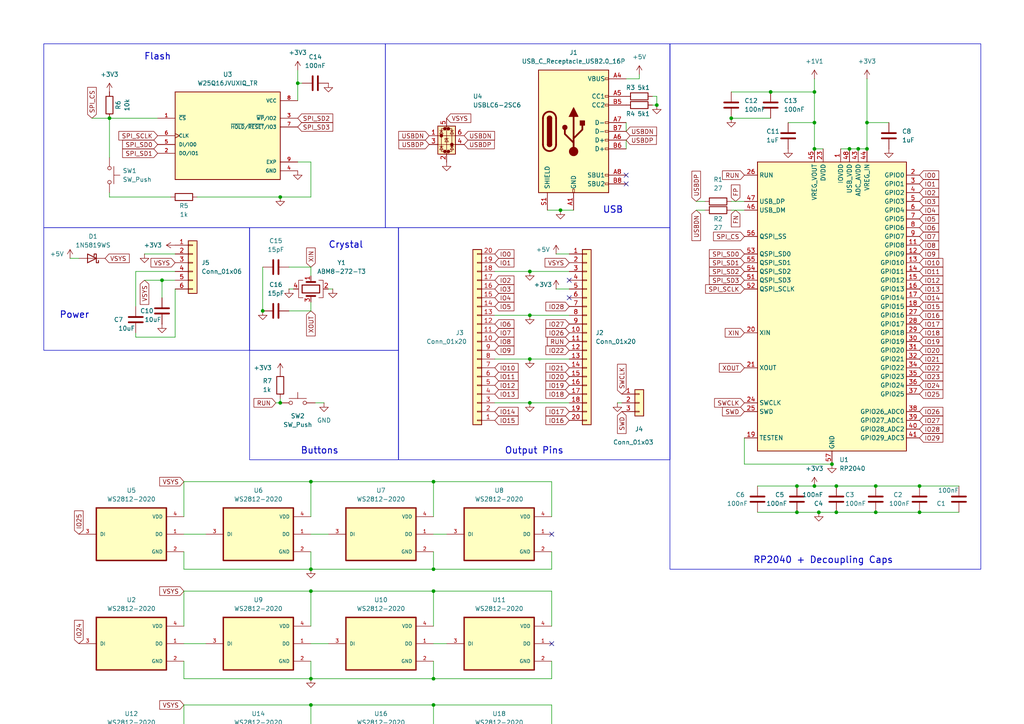
<source format=kicad_sch>
(kicad_sch (version 20250114) (generator "eeschema") (generator_version "9.0")
  (paper "A4")
  (rectangle (start 72.39 66.04) (end 115.57 101.6))
  (rectangle (start 194.31 12.7) (end 284.48 165.1))
  (rectangle (start 72.39 101.6) (end 115.57 133.35))
  (rectangle (start 115.57 66.04) (end 194.31 133.35))
  (rectangle (start 12.7 12.7) (end 111.76 66.04))
  (rectangle (start 12.7 66.04) (end 72.39 101.6))
  (rectangle (start 111.76 12.7) (end 194.31 66.04))
  (text "Buttons" (at 92.71 130.81 0) (effects (font (size 1.905 1.905) (thickness 0.254) (bold yes))))
  (text "Output Pins" (at 154.94 130.81 0) (effects (font (size 1.905 1.905) (thickness 0.254) (bold yes))))
  (text "Flash" (at 45.72 16.51 0) (effects (font (size 1.905 1.905) (thickness 0.254) (bold yes))))
  (text "Power" (at 21.59 91.44 0) (effects (font (size 1.905 1.905) (thickness 0.254) (bold yes))))
  (text "USB" (at 177.8 60.96 0) (effects (font (size 1.905 1.905) (thickness 0.254) (bold yes))))
  (text "RP2040 + Decoupling Caps" (at 238.76 162.56 0) (effects (font (size 1.905 1.905) (thickness 0.254) (bold yes))))
  (text "Crystal" (at 100.33 71.12 0) (effects (font (size 1.905 1.905) (thickness 0.254) (bold yes))))
  (junction (at 212.09 34.29))
  (junction (at 242.57 148.59))
  (junction (at 125.73 229.87))
  (junction (at 125.73 196.85))
  (junction (at 90.17 165.1))
  (junction (at 125.73 139.7))
  (junction (at 236.22 35.56))
  (junction (at 231.14 148.59))
  (junction (at 125.73 236.22))
  (junction (at 162.56 60.96))
  (junction (at 248.92 43.18))
  (junction (at 125.73 204.47))
  (junction (at 266.7 140.97))
  (junction (at 125.73 165.1))
  (junction (at 90.17 204.47))
  (junction (at 237.49 148.59))
  (junction (at 153.67 104.14))
  (junction (at 81.28 57.15))
  (junction (at 236.22 26.67))
  (junction (at 125.73 261.62))
  (junction (at 251.46 35.56))
  (junction (at 254 148.59))
  (junction (at 190.5 30.48))
  (junction (at 125.73 171.45))
  (junction (at 86.36 24.13))
  (junction (at 90.17 229.87))
  (junction (at 90.17 261.62))
  (junction (at 231.14 140.97))
  (junction (at 242.57 140.97))
  (junction (at 153.67 91.44))
  (junction (at 236.22 43.18))
  (junction (at 153.67 116.84))
  (junction (at 90.17 196.85))
  (junction (at 90.17 171.45))
  (junction (at 76.2 90.17))
  (junction (at 46.99 81.28))
  (junction (at 90.17 139.7))
  (junction (at 246.38 43.18))
  (junction (at 31.75 34.29))
  (junction (at 236.22 140.97))
  (junction (at 241.3 134.62))
  (junction (at 81.28 116.84))
  (junction (at 251.46 43.18))
  (junction (at 266.7 148.59))
  (junction (at 223.52 26.67))
  (junction (at 254 140.97))
  (junction (at 153.67 78.74))
  (junction (at 90.17 236.22))
  (no_connect (at 165.1 86.36))
  (no_connect (at 165.1 81.28))
  (no_connect (at 160.02 154.94))
  (no_connect (at 160.02 251.46))
  (no_connect (at 181.61 50.8))
  (no_connect (at 160.02 219.71))
  (no_connect (at 181.61 53.34))
  (no_connect (at 160.02 186.69))
  (wire (pts (xy 161.29 83.82) (xy 165.1 83.82)))
  (wire (pts (xy 201.93 58.42) (xy 204.47 58.42)))
  (wire (pts (xy 90.17 186.69) (xy 95.25 186.69)))
  (wire (pts (xy 87.63 24.13) (xy 86.36 24.13)))
  (wire (pts (xy 53.34 171.45) (xy 90.17 171.45)))
  (wire (pts (xy 143.51 78.74) (xy 153.67 78.74)))
  (wire (pts (xy 53.34 204.47) (xy 90.17 204.47)))
  (wire (pts (xy 50.8 78.74) (xy 39.37 78.74)))
  (wire (pts (xy 266.7 140.97) (xy 254 140.97)))
  (wire (pts (xy 90.17 251.46) (xy 95.25 251.46)))
  (wire (pts (xy 190.5 27.94) (xy 190.5 30.48)))
  (wire (pts (xy 53.34 224.79) (xy 53.34 229.87)))
  (wire (pts (xy 81.28 115.57) (xy 81.28 116.84)))
  (wire (pts (xy 125.73 196.85) (xy 160.02 196.85)))
  (wire (pts (xy 181.61 40.64) (xy 181.61 43.18)))
  (wire (pts (xy 266.7 148.59) (xy 254 148.59)))
  (wire (pts (xy 26.67 34.29) (xy 31.75 34.29)))
  (wire (pts (xy 90.17 204.47) (xy 90.17 214.63)))
  (wire (pts (xy 246.38 43.18) (xy 248.92 43.18)))
  (wire (pts (xy 160.02 204.47) (xy 160.02 214.63)))
  (wire (pts (xy 236.22 140.97) (xy 231.14 140.97)))
  (wire (pts (xy 125.73 196.85) (xy 125.73 191.77)))
  (wire (pts (xy 125.73 204.47) (xy 125.73 214.63)))
  (wire (pts (xy 160.02 191.77) (xy 160.02 196.85)))
  (wire (pts (xy 39.37 96.52) (xy 39.37 97.79)))
  (wire (pts (xy 53.34 251.46) (xy 59.69 251.46)))
  (wire (pts (xy 125.73 139.7) (xy 160.02 139.7)))
  (wire (pts (xy 278.13 140.97) (xy 266.7 140.97)))
  (wire (pts (xy 90.17 165.1) (xy 90.17 160.02)))
  (wire (pts (xy 90.17 219.71) (xy 95.25 219.71)))
  (wire (pts (xy 90.17 229.87) (xy 125.73 229.87)))
  (wire (pts (xy 125.73 165.1) (xy 125.73 160.02)))
  (wire (pts (xy 90.17 196.85) (xy 125.73 196.85)))
  (wire (pts (xy 160.02 256.54) (xy 160.02 261.62)))
  (wire (pts (xy 143.51 116.84) (xy 153.67 116.84)))
  (wire (pts (xy 153.67 116.84) (xy 165.1 116.84)))
  (wire (pts (xy 160.02 236.22) (xy 160.02 246.38)))
  (wire (pts (xy 242.57 140.97) (xy 236.22 140.97)))
  (wire (pts (xy 237.49 148.59) (xy 231.14 148.59)))
  (wire (pts (xy 254 140.97) (xy 242.57 140.97)))
  (wire (pts (xy 125.73 261.62) (xy 160.02 261.62)))
  (wire (pts (xy 125.73 251.46) (xy 129.54 251.46)))
  (wire (pts (xy 90.17 171.45) (xy 90.17 181.61)))
  (wire (pts (xy 143.51 91.44) (xy 153.67 91.44)))
  (wire (pts (xy 39.37 97.79) (xy 50.8 97.79)))
  (wire (pts (xy 251.46 22.86) (xy 251.46 35.56)))
  (wire (pts (xy 158.75 60.96) (xy 162.56 60.96)))
  (wire (pts (xy 251.46 35.56) (xy 251.46 43.18)))
  (wire (pts (xy 50.8 83.82) (xy 50.8 97.79)))
  (wire (pts (xy 53.34 165.1) (xy 90.17 165.1)))
  (wire (pts (xy 143.51 104.14) (xy 153.67 104.14)))
  (wire (pts (xy 212.09 34.29) (xy 223.52 34.29)))
  (wire (pts (xy 93.98 116.84) (xy 91.44 116.84)))
  (wire (pts (xy 53.34 186.69) (xy 59.69 186.69)))
  (wire (pts (xy 185.42 21.59) (xy 185.42 22.86)))
  (wire (pts (xy 231.14 140.97) (xy 219.71 140.97)))
  (wire (pts (xy 160.02 171.45) (xy 160.02 181.61)))
  (wire (pts (xy 90.17 90.17) (xy 90.17 87.63)))
  (wire (pts (xy 53.34 196.85) (xy 90.17 196.85)))
  (wire (pts (xy 181.61 35.56) (xy 181.61 38.1)))
  (wire (pts (xy 31.75 45.72) (xy 31.75 34.29)))
  (wire (pts (xy 53.34 149.86) (xy 53.34 139.7)))
  (wire (pts (xy 86.36 20.32) (xy 86.36 24.13)))
  (wire (pts (xy 90.17 236.22) (xy 90.17 246.38)))
  (wire (pts (xy 153.67 78.74) (xy 165.1 78.74)))
  (wire (pts (xy 46.99 86.36) (xy 46.99 81.28)))
  (wire (pts (xy 53.34 181.61) (xy 53.34 171.45)))
  (wire (pts (xy 57.15 57.15) (xy 81.28 57.15)))
  (wire (pts (xy 46.99 81.28) (xy 50.8 81.28)))
  (wire (pts (xy 125.73 139.7) (xy 125.73 149.86)))
  (wire (pts (xy 125.73 229.87) (xy 125.73 224.79)))
  (wire (pts (xy 90.17 196.85) (xy 90.17 191.77)))
  (wire (pts (xy 223.52 26.67) (xy 236.22 26.67)))
  (wire (pts (xy 90.17 204.47) (xy 125.73 204.47)))
  (wire (pts (xy 83.82 77.47) (xy 90.17 77.47)))
  (wire (pts (xy 179.07 116.84) (xy 180.34 116.84)))
  (wire (pts (xy 231.14 148.59) (xy 219.71 148.59)))
  (wire (pts (xy 90.17 57.15) (xy 81.28 57.15)))
  (wire (pts (xy 53.34 214.63) (xy 53.34 204.47)))
  (wire (pts (xy 212.09 58.42) (xy 215.9 58.42)))
  (wire (pts (xy 90.17 139.7) (xy 125.73 139.7)))
  (wire (pts (xy 215.9 127) (xy 215.9 134.62)))
  (wire (pts (xy 86.36 46.99) (xy 90.17 46.99)))
  (wire (pts (xy 53.34 219.71) (xy 59.69 219.71)))
  (wire (pts (xy 125.73 219.71) (xy 129.54 219.71)))
  (wire (pts (xy 125.73 236.22) (xy 125.73 246.38)))
  (wire (pts (xy 125.73 154.94) (xy 129.54 154.94)))
  (wire (pts (xy 243.84 43.18) (xy 246.38 43.18)))
  (wire (pts (xy 278.13 148.59) (xy 266.7 148.59)))
  (wire (pts (xy 41.91 81.28) (xy 46.99 81.28)))
  (wire (pts (xy 90.17 46.99) (xy 90.17 57.15)))
  (wire (pts (xy 242.57 148.59) (xy 237.49 148.59)))
  (wire (pts (xy 201.93 60.96) (xy 204.47 60.96)))
  (wire (pts (xy 90.17 261.62) (xy 90.17 256.54)))
  (wire (pts (xy 160.02 160.02) (xy 160.02 165.1)))
  (wire (pts (xy 189.23 27.94) (xy 190.5 27.94)))
  (wire (pts (xy 53.34 160.02) (xy 53.34 165.1)))
  (wire (pts (xy 41.91 73.66) (xy 50.8 73.66)))
  (wire (pts (xy 83.82 90.17) (xy 90.17 90.17)))
  (wire (pts (xy 90.17 165.1) (xy 125.73 165.1)))
  (wire (pts (xy 212.09 60.96) (xy 215.9 60.96)))
  (wire (pts (xy 53.34 191.77) (xy 53.34 196.85)))
  (wire (pts (xy 53.34 229.87) (xy 90.17 229.87)))
  (wire (pts (xy 125.73 171.45) (xy 125.73 181.61)))
  (wire (pts (xy 53.34 261.62) (xy 90.17 261.62)))
  (wire (pts (xy 90.17 229.87) (xy 90.17 224.79)))
  (wire (pts (xy 53.34 246.38) (xy 53.34 236.22)))
  (wire (pts (xy 236.22 35.56) (xy 236.22 43.18)))
  (wire (pts (xy 162.56 60.96) (xy 166.37 60.96)))
  (wire (pts (xy 125.73 204.47) (xy 160.02 204.47)))
  (wire (pts (xy 181.61 22.86) (xy 185.42 22.86)))
  (wire (pts (xy 53.34 236.22) (xy 90.17 236.22)))
  (wire (pts (xy 161.29 73.66) (xy 165.1 73.66)))
  (wire (pts (xy 125.73 229.87) (xy 160.02 229.87)))
  (wire (pts (xy 90.17 77.47) (xy 90.17 80.01)))
  (wire (pts (xy 53.34 256.54) (xy 53.34 261.62)))
  (wire (pts (xy 125.73 165.1) (xy 160.02 165.1)))
  (wire (pts (xy 125.73 171.45) (xy 160.02 171.45)))
  (wire (pts (xy 83.82 83.82) (xy 85.09 83.82)))
  (wire (pts (xy 96.52 83.82) (xy 95.25 83.82)))
  (wire (pts (xy 90.17 139.7) (xy 90.17 149.86)))
  (wire (pts (xy 125.73 186.69) (xy 129.54 186.69)))
  (wire (pts (xy 53.34 139.7) (xy 90.17 139.7)))
  (wire (pts (xy 228.6 35.56) (xy 236.22 35.56)))
  (wire (pts (xy 153.67 104.14) (xy 165.1 104.14)))
  (wire (pts (xy 90.17 171.45) (xy 125.73 171.45)))
  (wire (pts (xy 20.32 74.93) (xy 22.86 74.93)))
  (wire (pts (xy 251.46 35.56) (xy 257.81 35.56)))
  (wire (pts (xy 160.02 139.7) (xy 160.02 149.86)))
  (wire (pts (xy 190.5 30.48) (xy 189.23 30.48)))
  (wire (pts (xy 31.75 34.29) (xy 45.72 34.29)))
  (wire (pts (xy 31.75 57.15) (xy 31.75 55.88)))
  (wire (pts (xy 215.9 134.62) (xy 241.3 134.62)))
  (wire (pts (xy 254 148.59) (xy 242.57 148.59)))
  (wire (pts (xy 76.2 77.47) (xy 76.2 90.17)))
  (wire (pts (xy 125.73 236.22) (xy 160.02 236.22)))
  (wire (pts (xy 212.09 26.67) (xy 223.52 26.67)))
  (wire (pts (xy 90.17 154.94) (xy 95.25 154.94)))
  (wire (pts (xy 236.22 26.67) (xy 236.22 35.56)))
  (wire (pts (xy 90.17 261.62) (xy 125.73 261.62)))
  (wire (pts (xy 236.22 43.18) (xy 238.76 43.18)))
  (wire (pts (xy 248.92 43.18) (xy 251.46 43.18)))
  (wire (pts (xy 236.22 22.86) (xy 236.22 26.67)))
  (wire (pts (xy 90.17 236.22) (xy 125.73 236.22)))
  (wire (pts (xy 125.73 261.62) (xy 125.73 256.54)))
  (wire (pts (xy 160.02 224.79) (xy 160.02 229.87)))
  (wire (pts (xy 53.34 154.94) (xy 59.69 154.94)))
  (wire (pts (xy 49.53 57.15) (xy 31.75 57.15)))
  (wire (pts (xy 81.28 116.84) (xy 80.01 116.84)))
  (wire (pts (xy 153.67 91.44) (xy 165.1 91.44)))
  (wire (pts (xy 86.36 24.13) (xy 86.36 29.21)))
  (wire (pts (xy 39.37 78.74) (xy 39.37 88.9)))
  (global_label "IO17" (shape input) (at 266.7 93.98 0) (property "Intersheetrefs" "${INTERSHEET_REFS}" (effects (hide yes))))
  (global_label "SPI_CS" (shape input) (at 215.9 68.58 180) (property "Intersheetrefs" "${INTERSHEET_REFS}" (effects (hide yes))))
  (global_label "IO22" (shape input) (at 266.7 106.68 0) (property "Intersheetrefs" "${INTERSHEET_REFS}" (effects (hide yes))))
  (global_label "IO28" (shape input) (at 165.1 88.9 180) (property "Intersheetrefs" "${INTERSHEET_REFS}" (effects (hide yes))))
  (global_label "SPI_SD0" (shape input) (at 45.72 41.91 180) (property "Intersheetrefs" "${INTERSHEET_REFS}" (effects (hide yes))))
  (global_label "IO27" (shape input) (at 266.7 121.92 0) (property "Intersheetrefs" "${INTERSHEET_REFS}" (effects (hide yes))))
  (global_label "SPI_CS" (shape input) (at 26.67 34.29 90) (property "Intersheetrefs" "${INTERSHEET_REFS}" (effects (hide yes))))
  (global_label "VSYS" (shape input) (at 30.48 74.93 0) (property "Intersheetrefs" "${INTERSHEET_REFS}" (effects (hide yes))))
  (global_label "IO29" (shape input) (at 266.7 127 0) (property "Intersheetrefs" "${INTERSHEET_REFS}" (effects (hide yes))))
  (global_label "VSYS" (shape input) (at 165.1 76.2 180) (property "Intersheetrefs" "${INTERSHEET_REFS}" (effects (hide yes))))
  (global_label "IO14" (shape input) (at 143.51 119.38 0) (property "Intersheetrefs" "${INTERSHEET_REFS}" (effects (hide yes))))
  (global_label "IO28" (shape input) (at 266.7 124.46 0) (property "Intersheetrefs" "${INTERSHEET_REFS}" (effects (hide yes))))
  (global_label "IO4" (shape input) (at 143.51 86.36 0) (property "Intersheetrefs" "${INTERSHEET_REFS}" (effects (hide yes))))
  (global_label "USBDP" (shape input) (at 134.62 41.91 0) (property "Intersheetrefs" "${INTERSHEET_REFS}" (effects (hide yes))))
  (global_label "IO27" (shape input) (at 165.1 93.98 180) (property "Intersheetrefs" "${INTERSHEET_REFS}" (effects (hide yes))))
  (global_label "IO21" (shape input) (at 165.1 106.68 180) (property "Intersheetrefs" "${INTERSHEET_REFS}" (effects (hide yes))))
  (global_label "SWCLK" (shape input) (at 180.34 114.3 90) (property "Intersheetrefs" "${INTERSHEET_REFS}" (effects (hide yes))))
  (global_label "XIN" (shape input) (at 90.17 77.47 90) (property "Intersheetrefs" "${INTERSHEET_REFS}" (effects (hide yes))))
  (global_label "IO2" (shape input) (at 266.7 55.88 0) (property "Intersheetrefs" "${INTERSHEET_REFS}" (effects (hide yes))))
  (global_label "SPI_SD1" (shape input) (at 215.9 76.2 180) (property "Intersheetrefs" "${INTERSHEET_REFS}" (effects (hide yes))))
  (global_label "USBDP" (shape input) (at 181.61 40.64 0) (property "Intersheetrefs" "${INTERSHEET_REFS}" (effects (hide yes))))
  (global_label "SPI_SD2" (shape input) (at 215.9 78.74 180) (property "Intersheetrefs" "${INTERSHEET_REFS}" (effects (hide yes))))
  (global_label "IO19" (shape input) (at 165.1 111.76 180) (property "Intersheetrefs" "${INTERSHEET_REFS}" (effects (hide yes))))
  (global_label "XOUT" (shape input) (at 90.17 90.17 270) (property "Intersheetrefs" "${INTERSHEET_REFS}" (effects (hide yes))))
  (global_label "VSYS" (shape input) (at 53.34 236.22 180) (property "Intersheetrefs" "${INTERSHEET_REFS}" (effects (hide yes))))
  (global_label "USBDP" (shape input) (at 201.93 58.42 90) (property "Intersheetrefs" "${INTERSHEET_REFS}" (effects (hide yes))))
  (global_label "RUN" (shape input) (at 165.1 99.06 180) (property "Intersheetrefs" "${INTERSHEET_REFS}" (effects (hide yes))))
  (global_label "USBDP" (shape input) (at 124.46 41.91 180) (property "Intersheetrefs" "${INTERSHEET_REFS}" (effects (hide yes))))
  (global_label "IO1" (shape input) (at 143.51 76.2 0) (property "Intersheetrefs" "${INTERSHEET_REFS}" (effects (hide yes))))
  (global_label "IO29" (shape input) (at 22.86 219.71 90) (property "Intersheetrefs" "${INTERSHEET_REFS}" (effects (hide yes))))
  (global_label "IO3" (shape input) (at 266.7 58.42 0) (property "Intersheetrefs" "${INTERSHEET_REFS}" (effects (hide yes))))
  (global_label "SPI_SD2" (shape input) (at 86.36 34.29 0) (property "Intersheetrefs" "${INTERSHEET_REFS}" (effects (hide yes))))
  (global_label "IO2" (shape input) (at 143.51 81.28 0) (property "Intersheetrefs" "${INTERSHEET_REFS}" (effects (hide yes))))
  (global_label "USBDN" (shape input) (at 134.62 39.37 0) (property "Intersheetrefs" "${INTERSHEET_REFS}" (effects (hide yes))))
  (global_label "SPI_SD0" (shape input) (at 215.9 73.66 180) (property "Intersheetrefs" "${INTERSHEET_REFS}" (effects (hide yes))))
  (global_label "IO20" (shape input) (at 266.7 101.6 0) (property "Intersheetrefs" "${INTERSHEET_REFS}" (effects (hide yes))))
  (global_label "USBDN" (shape input) (at 181.61 38.1 0) (property "Intersheetrefs" "${INTERSHEET_REFS}" (effects (hide yes))))
  (global_label "SPI_SD3" (shape input) (at 215.9 81.28 180) (property "Intersheetrefs" "${INTERSHEET_REFS}" (effects (hide yes))))
  (global_label "RUN" (shape input) (at 80.01 116.84 180) (property "Intersheetrefs" "${INTERSHEET_REFS}" (effects (hide yes))))
  (global_label "XIN" (shape input) (at 215.9 96.52 180) (property "Intersheetrefs" "${INTERSHEET_REFS}" (effects (hide yes))))
  (global_label "IO13" (shape input) (at 143.51 114.3 0) (property "Intersheetrefs" "${INTERSHEET_REFS}" (effects (hide yes))))
  (global_label "IO3" (shape input) (at 143.51 83.82 0) (property "Intersheetrefs" "${INTERSHEET_REFS}" (effects (hide yes))))
  (global_label "IO12" (shape input) (at 143.51 111.76 0) (property "Intersheetrefs" "${INTERSHEET_REFS}" (effects (hide yes))))
  (global_label "IO16" (shape input) (at 266.7 91.44 0) (property "Intersheetrefs" "${INTERSHEET_REFS}" (effects (hide yes))))
  (global_label "IO14" (shape input) (at 266.7 86.36 0) (property "Intersheetrefs" "${INTERSHEET_REFS}" (effects (hide yes))))
  (global_label "USBDN" (shape input) (at 201.93 60.96 270) (property "Intersheetrefs" "${INTERSHEET_REFS}" (effects (hide yes))))
  (global_label "IO17" (shape input) (at 165.1 119.38 180) (property "Intersheetrefs" "${INTERSHEET_REFS}" (effects (hide yes))))
  (global_label "IO20" (shape input) (at 165.1 109.22 180) (property "Intersheetrefs" "${INTERSHEET_REFS}" (effects (hide yes))))
  (global_label "IO15" (shape input) (at 266.7 88.9 0) (property "Intersheetrefs" "${INTERSHEET_REFS}" (effects (hide yes))))
  (global_label "SPI_SCLK" (shape input) (at 215.9 83.82 180) (property "Intersheetrefs" "${INTERSHEET_REFS}" (effects (hide yes))))
  (global_label "IO25" (shape input) (at 22.86 154.94 90) (property "Intersheetrefs" "${INTERSHEET_REFS}" (effects (hide yes))))
  (global_label "IO21" (shape input) (at 266.7 104.14 0) (property "Intersheetrefs" "${INTERSHEET_REFS}" (effects (hide yes))))
  (global_label "RUN" (shape input) (at 215.9 50.8 180) (property "Intersheetrefs" "${INTERSHEET_REFS}" (effects (hide yes))))
  (global_label "IO16" (shape input) (at 165.1 121.92 180) (property "Intersheetrefs" "${INTERSHEET_REFS}" (effects (hide yes))))
  (global_label "IO12" (shape input) (at 266.7 81.28 0) (property "Intersheetrefs" "${INTERSHEET_REFS}" (effects (hide yes))))
  (global_label "IO10" (shape input) (at 143.51 106.68 0) (property "Intersheetrefs" "${INTERSHEET_REFS}" (effects (hide yes))))
  (global_label "IO26" (shape input) (at 266.7 119.38 0) (property "Intersheetrefs" "${INTERSHEET_REFS}" (effects (hide yes))))
  (global_label "IO24" (shape input) (at 22.86 186.69 90) (property "Intersheetrefs" "${INTERSHEET_REFS}" (effects (hide yes))))
  (global_label "IO23" (shape input) (at 22.86 251.46 90) (property "Intersheetrefs" "${INTERSHEET_REFS}" (effects (hide yes))))
  (global_label "SWD" (shape input) (at 180.34 119.38 270) (property "Intersheetrefs" "${INTERSHEET_REFS}" (effects (hide yes))))
  (global_label "USBDN" (shape input) (at 124.46 39.37 180) (property "Intersheetrefs" "${INTERSHEET_REFS}" (effects (hide yes))))
  (global_label "IO9" (shape input) (at 266.7 73.66 0) (property "Intersheetrefs" "${INTERSHEET_REFS}" (effects (hide yes))))
  (global_label "VSYS" (shape input) (at 50.8 76.2 180) (property "Intersheetrefs" "${INTERSHEET_REFS}" (effects (hide yes))))
  (global_label "VSYS" (shape input) (at 53.34 171.45 180) (property "Intersheetrefs" "${INTERSHEET_REFS}" (effects (hide yes))))
  (global_label "IO7" (shape input) (at 266.7 68.58 0) (property "Intersheetrefs" "${INTERSHEET_REFS}" (effects (hide yes))))
  (global_label "XOUT" (shape input) (at 215.9 106.68 180) (property "Intersheetrefs" "${INTERSHEET_REFS}" (effects (hide yes))))
  (global_label "IO13" (shape input) (at 266.7 83.82 0) (property "Intersheetrefs" "${INTERSHEET_REFS}" (effects (hide yes))))
  (global_label "IO25" (shape input) (at 266.7 114.3 0) (property "Intersheetrefs" "${INTERSHEET_REFS}" (effects (hide yes))))
  (global_label "IO23" (shape input) (at 266.7 109.22 0) (property "Intersheetrefs" "${INTERSHEET_REFS}" (effects (hide yes))))
  (global_label "IO0" (shape input) (at 143.51 73.66 0) (property "Intersheetrefs" "${INTERSHEET_REFS}" (effects (hide yes))))
  (global_label "VSYS" (shape input) (at 41.91 81.28 270) (property "Intersheetrefs" "${INTERSHEET_REFS}" (effects (hide yes))))
  (global_label "IO5" (shape input) (at 143.51 88.9 0) (property "Intersheetrefs" "${INTERSHEET_REFS}" (effects (hide yes))))
  (global_label "IO10" (shape input) (at 266.7 76.2 0) (property "Intersheetrefs" "${INTERSHEET_REFS}" (effects (hide yes))))
  (global_label "IO1" (shape input) (at 266.7 53.34 0) (property "Intersheetrefs" "${INTERSHEET_REFS}" (effects (hide yes))))
  (global_label "SPI_SD1" (shape input) (at 45.72 44.45 180) (property "Intersheetrefs" "${INTERSHEET_REFS}" (effects (hide yes))))
  (global_label "IO6" (shape input) (at 143.51 93.98 0) (property "Intersheetrefs" "${INTERSHEET_REFS}" (effects (hide yes))))
  (global_label "FP" (shape input) (at 213.36 58.42 90) (property "Intersheetrefs" "${INTERSHEET_REFS}" (effects (hide yes))))
  (global_label "VSYS" (shape input) (at 129.54 34.29 0) (property "Intersheetrefs" "${INTERSHEET_REFS}" (effects (hide yes))))
  (global_label "IO8" (shape input) (at 143.51 99.06 0) (property "Intersheetrefs" "${INTERSHEET_REFS}" (effects (hide yes))))
  (global_label "IO18" (shape input) (at 266.7 96.52 0) (property "Intersheetrefs" "${INTERSHEET_REFS}" (effects (hide yes))))
  (global_label "IO24" (shape input) (at 266.7 111.76 0) (property "Intersheetrefs" "${INTERSHEET_REFS}" (effects (hide yes))))
  (global_label "VSYS" (shape input) (at 53.34 139.7 180) (property "Intersheetrefs" "${INTERSHEET_REFS}" (effects (hide yes))))
  (global_label "IO11" (shape input) (at 266.7 78.74 0) (property "Intersheetrefs" "${INTERSHEET_REFS}" (effects (hide yes))))
  (global_label "IO5" (shape input) (at 266.7 63.5 0) (property "Intersheetrefs" "${INTERSHEET_REFS}" (effects (hide yes))))
  (global_label "IO9" (shape input) (at 143.51 101.6 0) (property "Intersheetrefs" "${INTERSHEET_REFS}" (effects (hide yes))))
  (global_label "SWD" (shape input) (at 215.9 119.38 180) (property "Intersheetrefs" "${INTERSHEET_REFS}" (effects (hide yes))))
  (global_label "IO0" (shape input) (at 266.7 50.8 0) (property "Intersheetrefs" "${INTERSHEET_REFS}" (effects (hide yes))))
  (global_label "IO4" (shape input) (at 266.7 60.96 0) (property "Intersheetrefs" "${INTERSHEET_REFS}" (effects (hide yes))))
  (global_label "IO6" (shape input) (at 266.7 66.04 0) (property "Intersheetrefs" "${INTERSHEET_REFS}" (effects (hide yes))))
  (global_label "FN" (shape input) (at 213.36 60.96 270) (property "Intersheetrefs" "${INTERSHEET_REFS}" (effects (hide yes))))
  (global_label "IO7" (shape input) (at 143.51 96.52 0) (property "Intersheetrefs" "${INTERSHEET_REFS}" (effects (hide yes))))
  (global_label "IO11" (shape input) (at 143.51 109.22 0) (property "Intersheetrefs" "${INTERSHEET_REFS}" (effects (hide yes))))
  (global_label "IO22" (shape input) (at 165.1 101.6 180) (property "Intersheetrefs" "${INTERSHEET_REFS}" (effects (hide yes))))
  (global_label "IO8" (shape input) (at 266.7 71.12 0) (property "Intersheetrefs" "${INTERSHEET_REFS}" (effects (hide yes))))
  (global_label "VSYS" (shape input) (at 53.34 204.47 180) (property "Intersheetrefs" "${INTERSHEET_REFS}" (effects (hide yes))))
  (global_label "IO18" (shape input) (at 165.1 114.3 180) (property "Intersheetrefs" "${INTERSHEET_REFS}" (effects (hide yes))))
  (global_label "SWCLK" (shape input) (at 215.9 116.84 180) (property "Intersheetrefs" "${INTERSHEET_REFS}" (effects (hide yes))))
  (global_label "IO15" (shape input) (at 143.51 121.92 0) (property "Intersheetrefs" "${INTERSHEET_REFS}" (effects (hide yes))))
  (global_label "IO26" (shape input) (at 165.1 96.52 180) (property "Intersheetrefs" "${INTERSHEET_REFS}" (effects (hide yes))))
  (global_label "IO19" (shape input) (at 266.7 99.06 0) (property "Intersheetrefs" "${INTERSHEET_REFS}" (effects (hide yes))))
  (global_label "SPI_SCLK" (shape input) (at 45.72 39.37 180) (property "Intersheetrefs" "${INTERSHEET_REFS}" (effects (hide yes))))
  (global_label "SPI_SD3" (shape input) (at 86.36 36.83 0) (property "Intersheetrefs" "${INTERSHEET_REFS}" (effects (hide yes))))
  (symbol (lib_id "WS2812-2020:WS2812-2020") (at 144.78 251.46 0) (unit 1)
    (property "Reference" "U19" (at 144.78 238.76 0))
    (property "Value" "WS2812-2020" (at 144.78 241.3 0))
    (property "Footprint" "WS2812-2020:LED_WS2812-2020" (effects (hide yes)))
    (property "MF" "Worldsemi" (effects (hide yes)))
    (property "MAXIMUM_PACKAGE_HEIGHT" "0.84 mm" (effects (hide yes)))
    (property "Package" "Package" (effects (hide yes)))
    (property "Price" "None" (effects (hide yes)))
    (property "Check_prices" "https://www.snapeda.com/parts/WS2812-2020/Worldsemi/view-part/?ref=eda" (effects (hide yes)))
    (property "STANDARD" "Manufacturer Recommendations" (effects (hide yes)))
    (property "PARTREV" "V1.3" (effects (hide yes)))
    (property "SnapEDA_Link" "https://www.snapeda.com/parts/WS2812-2020/Worldsemi/view-part/?ref=snap" (effects (hide yes)))
    (property "MP" "WS2812-2020" (effects (hide yes)))
    (property "Description_1" "Intelligent control LED light source, SMD-4" (effects (hide yes)))
    (property "MANUFACTURER" "Worldsemi" (effects (hide yes)))
    (property "Availability" "Not in stock" (effects (hide yes)))
    (property "SNAPEDA_PN" "WS2812-2020" (effects (hide yes)))
    (property "LCSC" "C26159668" (effects (hide yes)))
  )
  (symbol (lib_id "WS2812-2020:WS2812-2020") (at 144.78 154.94 0) (unit 1)
    (property "Reference" "U8" (at 144.78 142.24 0))
    (property "Value" "WS2812-2020" (at 144.78 144.78 0))
    (property "Footprint" "WS2812-2020:LED_WS2812-2020" (effects (hide yes)))
    (property "MF" "Worldsemi" (effects (hide yes)))
    (property "MAXIMUM_PACKAGE_HEIGHT" "0.84 mm" (effects (hide yes)))
    (property "Package" "Package" (effects (hide yes)))
    (property "Price" "None" (effects (hide yes)))
    (property "Check_prices" "https://www.snapeda.com/parts/WS2812-2020/Worldsemi/view-part/?ref=eda" (effects (hide yes)))
    (property "STANDARD" "Manufacturer Recommendations" (effects (hide yes)))
    (property "PARTREV" "V1.3" (effects (hide yes)))
    (property "SnapEDA_Link" "https://www.snapeda.com/parts/WS2812-2020/Worldsemi/view-part/?ref=snap" (effects (hide yes)))
    (property "MP" "WS2812-2020" (effects (hide yes)))
    (property "Description_1" "Intelligent control LED light source, SMD-4" (effects (hide yes)))
    (property "MANUFACTURER" "Worldsemi" (effects (hide yes)))
    (property "Availability" "Not in stock" (effects (hide yes)))
    (property "SNAPEDA_PN" "WS2812-2020" (effects (hide yes)))
    (property "LCSC" "C26159668" (effects (hide yes)))
  )
  (symbol (lib_id "power:+5V") (at 185.42 21.59 0) (unit 1)
    (property "Reference" "#PWR013" (effects (hide yes)))
    (property "Value" "+5V" (at 185.42 16.51 0))
    (property "Description" "Power symbol creates a global label with name \"+5V\"" (effects (hide yes)))
  )
  (symbol (lib_id "power:+3V3") (at 236.22 140.97 0) (unit 1)
    (property "Reference" "#PWR026" (effects (hide yes)))
    (property "Value" "+3V3" (at 236.22 135.89 0))
    (property "Description" "Power symbol creates a global label with name \"+3V3\"" (effects (hide yes)))
  )
  (symbol (lib_id "Device:R") (at 185.42 27.94 270) (unit 1)
    (property "Reference" "R3" (at 182.88 25.4 90))
    (property "Value" "5k1" (at 186.69 25.4 90))
    (property "Footprint" "Resistor_SMD:R_0402_1005Metric" (effects (hide yes)))
    (property "Description" "Resistor" (effects (hide yes)))
    (property "LCSC" "C25905" (effects (hide yes)))
  )
  (symbol (lib_id "Connector_Generic:Conn_01x20") (at 138.43 99.06 180) (unit 1)
    (property "Reference" "J3" (at 133.35 96.52 0))
    (property "Value" "Conn_01x20" (at 129.54 99.06 0))
    (property "Footprint" "Connector_PinHeader_2.54mm:PinHeader_1x20_P2.54mm_Vertical" (effects (hide yes)))
    (property "Description" "Generic connector, single row, 01x20, script generated (kicad-library-utils/schlib/autogen/connector/)" (effects (hide yes)))
  )
  (symbol (lib_id "Switch:SW_Push") (at 31.75 50.8 270) (unit 1)
    (property "Reference" "SW1" (at 35.56 49.5299 90) (effects (justify left)))
    (property "Value" "SW_Push" (at 35.56 52.0699 90) (effects (justify left)))
    (property "Footprint" "Button_Switch_SMD:SMD_3x4" (effects (hide yes)))
    (property "Description" "Push button switch, generic, two pins" (effects (hide yes)))
    (property "LCSC" "C455280" (effects (hide yes)))
  )
  (symbol (lib_id "power:GND") (at 86.36 49.53 0) (unit 1)
    (property "Reference" "#PWR023" (effects (hide yes)))
    (property "Value" "GND" (effects (hide yes)))
    (property "Description" "Power symbol creates a global label with name \"GND\" , ground" (effects (hide yes)))
  )
  (symbol (lib_id "Device:C") (at 91.44 24.13 90) (unit 1)
    (property "Reference" "C14" (at 91.44 16.51 90))
    (property "Value" "100nF" (at 91.44 19.05 90))
    (property "Footprint" "Capacitor_SMD:C_0402_1005Metric" (effects (hide yes)))
    (property "Description" "Unpolarized capacitor" (effects (hide yes)))
    (property "LCSC" "C1525" (effects (hide yes)))
  )
  (symbol (lib_id "Device:R") (at 53.34 57.15 270) (unit 1)
    (property "Reference" "R5" (at 53.34 59.69 90))
    (property "Value" "1k" (at 53.34 62.23 90))
    (property "Footprint" "Resistor_SMD:R_0402_1005Metric" (effects (hide yes)))
    (property "Description" "Resistor" (effects (hide yes)))
    (property "LCSC" "C11702" (effects (hide yes)))
  )
  (symbol (lib_id "Device:C") (at 242.57 144.78 180) (unit 1)
    (property "Reference" "C4" (at 238.76 146.0501 0) (effects (justify left)))
    (property "Value" "100nF" (at 238.76 143.5101 0) (effects (justify left)))
    (property "Footprint" "Capacitor_SMD:C_0402_1005Metric" (effects (hide yes)))
    (property "Description" "Unpolarized capacitor" (effects (hide yes)))
    (property "LCSC" "C1525" (effects (hide yes)))
  )
  (symbol (lib_id "WS2812-2020:WS2812-2020") (at 74.93 251.46 0) (unit 1)
    (property "Reference" "U15" (at 74.93 238.76 0))
    (property "Value" "WS2812-2020" (at 74.93 241.3 0))
    (property "Footprint" "WS2812-2020:LED_WS2812-2020" (effects (hide yes)))
    (property "MF" "Worldsemi" (effects (hide yes)))
    (property "MAXIMUM_PACKAGE_HEIGHT" "0.84 mm" (effects (hide yes)))
    (property "Package" "Package" (effects (hide yes)))
    (property "Price" "None" (effects (hide yes)))
    (property "Check_prices" "https://www.snapeda.com/parts/WS2812-2020/Worldsemi/view-part/?ref=eda" (effects (hide yes)))
    (property "STANDARD" "Manufacturer Recommendations" (effects (hide yes)))
    (property "PARTREV" "V1.3" (effects (hide yes)))
    (property "SnapEDA_Link" "https://www.snapeda.com/parts/WS2812-2020/Worldsemi/view-part/?ref=snap" (effects (hide yes)))
    (property "MP" "WS2812-2020" (effects (hide yes)))
    (property "Description_1" "Intelligent control LED light source, SMD-4" (effects (hide yes)))
    (property "MANUFACTURER" "Worldsemi" (effects (hide yes)))
    (property "Availability" "Not in stock" (effects (hide yes)))
    (property "SNAPEDA_PN" "WS2812-2020" (effects (hide yes)))
    (property "LCSC" "C26159668" (effects (hide yes)))
  )
  (symbol (lib_id "WS2812-2020:WS2812-2020") (at 74.93 219.71 0) (unit 1)
    (property "Reference" "U14" (at 74.93 207.01 0))
    (property "Value" "WS2812-2020" (at 74.93 209.55 0))
    (property "Footprint" "WS2812-2020:LED_WS2812-2020" (effects (hide yes)))
    (property "MF" "Worldsemi" (effects (hide yes)))
    (property "MAXIMUM_PACKAGE_HEIGHT" "0.84 mm" (effects (hide yes)))
    (property "Package" "Package" (effects (hide yes)))
    (property "Price" "None" (effects (hide yes)))
    (property "Check_prices" "https://www.snapeda.com/parts/WS2812-2020/Worldsemi/view-part/?ref=eda" (effects (hide yes)))
    (property "STANDARD" "Manufacturer Recommendations" (effects (hide yes)))
    (property "PARTREV" "V1.3" (effects (hide yes)))
    (property "SnapEDA_Link" "https://www.snapeda.com/parts/WS2812-2020/Worldsemi/view-part/?ref=snap" (effects (hide yes)))
    (property "MP" "WS2812-2020" (effects (hide yes)))
    (property "Description_1" "Intelligent control LED light source, SMD-4" (effects (hide yes)))
    (property "MANUFACTURER" "Worldsemi" (effects (hide yes)))
    (property "Availability" "Not in stock" (effects (hide yes)))
    (property "SNAPEDA_PN" "WS2812-2020" (effects (hide yes)))
    (property "LCSC" "C26159668" (effects (hide yes)))
  )
  (symbol (lib_id "Device:R") (at 81.28 111.76 0) (unit 1)
    (property "Reference" "R7" (at 76.2 110.49 0) (effects (justify left)))
    (property "Value" "1k" (at 76.2 113.03 0) (effects (justify left)))
    (property "Footprint" "Resistor_SMD:R_0402_1005Metric" (effects (hide yes)))
    (property "Description" "Resistor" (effects (hide yes)))
    (property "LCSC" "C11702" (effects (hide yes)))
  )
  (symbol (lib_id "Connector_Generic:Conn_01x06") (at 55.88 76.2 0) (unit 1)
    (property "Reference" "J5" (at 58.42 76.1999 0) (effects (justify left)))
    (property "Value" "Conn_01x06" (at 58.42 78.7399 0) (effects (justify left)))
    (property "Footprint" "Package_TO_SOT_SMD:SOT-23-6" (effects (hide yes)))
    (property "Description" "Generic connector, single row, 01x06, script generated (kicad-library-utils/schlib/autogen/connector/)" (effects (hide yes)))
    (property "LCSC" "C610271" (effects (hide yes)))
  )
  (symbol (lib_id "power:GND") (at 96.52 83.82 0) (unit 1)
    (property "Reference" "#PWR029" (effects (hide yes)))
    (property "Value" "GND" (effects (hide yes)))
    (property "Description" "Power symbol creates a global label with name \"GND\" , ground" (effects (hide yes)))
  )
  (symbol (lib_id "Device:C") (at 266.7 144.78 180) (unit 1)
    (property "Reference" "C2" (at 259.08 143.51 0) (effects (justify right)))
    (property "Value" "100nF" (at 257.81 146.05 0) (effects (justify right)))
    (property "Footprint" "Capacitor_SMD:C_0402_1005Metric" (effects (hide yes)))
    (property "Description" "Unpolarized capacitor" (effects (hide yes)))
    (property "LCSC" "C1525" (effects (hide yes)))
  )
  (symbol (lib_id "WS2812-2020:WS2812-2020") (at 110.49 219.71 0) (unit 1)
    (property "Reference" "U16" (at 110.49 207.01 0))
    (property "Value" "WS2812-2020" (at 110.49 209.55 0))
    (property "Footprint" "WS2812-2020:LED_WS2812-2020" (effects (hide yes)))
    (property "MF" "Worldsemi" (effects (hide yes)))
    (property "MAXIMUM_PACKAGE_HEIGHT" "0.84 mm" (effects (hide yes)))
    (property "Package" "Package" (effects (hide yes)))
    (property "Price" "None" (effects (hide yes)))
    (property "Check_prices" "https://www.snapeda.com/parts/WS2812-2020/Worldsemi/view-part/?ref=eda" (effects (hide yes)))
    (property "STANDARD" "Manufacturer Recommendations" (effects (hide yes)))
    (property "PARTREV" "V1.3" (effects (hide yes)))
    (property "SnapEDA_Link" "https://www.snapeda.com/parts/WS2812-2020/Worldsemi/view-part/?ref=snap" (effects (hide yes)))
    (property "MP" "WS2812-2020" (effects (hide yes)))
    (property "Description_1" "Intelligent control LED light source, SMD-4" (effects (hide yes)))
    (property "MANUFACTURER" "Worldsemi" (effects (hide yes)))
    (property "Availability" "Not in stock" (effects (hide yes)))
    (property "SNAPEDA_PN" "WS2812-2020" (effects (hide yes)))
    (property "LCSC" "C26159668" (effects (hide yes)))
  )
  (symbol (lib_id "power:GND") (at 90.17 261.62 0) (unit 1)
    (property "Reference" "#PWR08" (effects (hide yes)))
    (property "Value" "GND" (effects (hide yes)))
    (property "Description" "Power symbol creates a global label with name \"GND\" , ground" (effects (hide yes)))
  )
  (symbol (lib_id "power:GND") (at 90.17 165.1 0) (unit 1)
    (property "Reference" "#PWR028" (effects (hide yes)))
    (property "Value" "GND" (effects (hide yes)))
    (property "Description" "Power symbol creates a global label with name \"GND\" , ground" (effects (hide yes)))
  )
  (symbol (lib_id "Device:C") (at 257.81 39.37 0) (unit 1)
    (property "Reference" "C8" (at 261.62 38.0999 0) (effects (justify left)))
    (property "Value" "1uF" (at 261.62 40.6399 0) (effects (justify left)))
    (property "Footprint" "Capacitor_SMD:C_0402_1005Metric" (effects (hide yes)))
    (property "Description" "Unpolarized capacitor" (effects (hide yes)))
    (property "LCSC" "C52923" (effects (hide yes)))
  )
  (symbol (lib_id "power:+3V3") (at 251.46 22.86 0) (unit 1)
    (property "Reference" "#PWR03" (effects (hide yes)))
    (property "Value" "+3V3" (at 251.46 17.78 0))
    (property "Description" "Power symbol creates a global label with name \"+3V3\"" (effects (hide yes)))
  )
  (symbol (lib_id "power:GND") (at 46.99 93.98 0) (unit 1)
    (property "Reference" "#PWR036" (effects (hide yes)))
    (property "Value" "GND" (effects (hide yes)))
    (property "Description" "Power symbol creates a global label with name \"GND\" , ground" (effects (hide yes)))
  )
  (symbol (lib_id "Device:C") (at 212.09 30.48 0) (unit 1)
    (property "Reference" "C12" (at 215.9 29.2099 0) (effects (justify left)))
    (property "Value" "100nF" (at 215.9 31.7499 0) (effects (justify left)))
    (property "Footprint" "Capacitor_SMD:C_0402_1005Metric" (effects (hide yes)))
    (property "Description" "Unpolarized capacitor" (effects (hide yes)))
    (property "LCSC" "C1525" (effects (hide yes)))
  )
  (symbol (lib_id "WS2812-2020:WS2812-2020") (at 110.49 251.46 0) (unit 1)
    (property "Reference" "U17" (at 110.49 238.76 0))
    (property "Value" "WS2812-2020" (at 110.49 241.3 0))
    (property "Footprint" "WS2812-2020:LED_WS2812-2020" (effects (hide yes)))
    (property "MF" "Worldsemi" (effects (hide yes)))
    (property "MAXIMUM_PACKAGE_HEIGHT" "0.84 mm" (effects (hide yes)))
    (property "Package" "Package" (effects (hide yes)))
    (property "Price" "None" (effects (hide yes)))
    (property "Check_prices" "https://www.snapeda.com/parts/WS2812-2020/Worldsemi/view-part/?ref=eda" (effects (hide yes)))
    (property "STANDARD" "Manufacturer Recommendations" (effects (hide yes)))
    (property "PARTREV" "V1.3" (effects (hide yes)))
    (property "SnapEDA_Link" "https://www.snapeda.com/parts/WS2812-2020/Worldsemi/view-part/?ref=snap" (effects (hide yes)))
    (property "MP" "WS2812-2020" (effects (hide yes)))
    (property "Description_1" "Intelligent control LED light source, SMD-4" (effects (hide yes)))
    (property "MANUFACTURER" "Worldsemi" (effects (hide yes)))
    (property "Availability" "Not in stock" (effects (hide yes)))
    (property "SNAPEDA_PN" "WS2812-2020" (effects (hide yes)))
    (property "LCSC" "C26159668" (effects (hide yes)))
  )
  (symbol (lib_id "Power_Protection:USBLC6-2SC6") (at 129.54 39.37 0) (unit 1)
    (property "Reference" "U4" (at 137.16 27.94 0) (effects (justify left)))
    (property "Value" "USBLC6-2SC6" (at 137.16 30.48 0) (effects (justify left)))
    (property "Footprint" "Package_TO_SOT_SMD:SOT-23-6" (effects (hide yes)))
    (property "Datasheet" "https://www.st.com/resource/en/datasheet/usblc6-2.pdf" (effects (hide yes)))
    (property "Description" "Very low capacitance ESD protection diode, 2 data-line, SOT-23-6" (effects (hide yes)))
    (property "LCSC" "C5180249" (effects (hide yes)))
  )
  (symbol (lib_id "Device:R") (at 31.75 30.48 0) (unit 1)
    (property "Reference" "R6" (at 34.29 30.48 90))
    (property "Value" "10k" (at 36.83 30.48 90))
    (property "Footprint" "Resistor_SMD:R_0402_1005Metric" (effects (hide yes)))
    (property "Description" "Resistor" (effects (hide yes)))
    (property "LCSC" "C25744" (effects (hide yes)))
  )
  (symbol (lib_id "power:GND") (at 129.54 46.99 0) (unit 1)
    (property "Reference" "#PWR027" (effects (hide yes)))
    (property "Value" "GND" (effects (hide yes)))
    (property "Description" "Power symbol creates a global label with name \"GND\" , ground" (effects (hide yes)))
  )
  (symbol (lib_id "Device:C") (at 278.13 144.78 180) (unit 1)
    (property "Reference" "C1" (at 274.32 146.0501 0) (effects (justify left)))
    (property "Value" "100nF" (at 278.13 142.24 0) (effects (justify left)))
    (property "Footprint" "Capacitor_SMD:C_0402_1005Metric" (effects (hide yes)))
    (property "Description" "Unpolarized capacitor" (effects (hide yes)))
    (property "LCSC" "C1525" (effects (hide yes)))
  )
  (symbol (lib_id "power:+5V") (at 20.32 74.93 0) (unit 1)
    (property "Reference" "#PWR020" (effects (hide yes)))
    (property "Value" "+5V" (at 16.51 73.66 0))
    (property "Description" "Power symbol creates a global label with name \"+5V\"" (effects (hide yes)))
  )
  (symbol (lib_id "power:GND") (at 153.67 78.74 0) (unit 1)
    (property "Reference" "#PWR014" (effects (hide yes)))
    (property "Value" "GND" (effects (hide yes)))
    (property "Description" "Power symbol creates a global label with name \"GND\" , ground" (effects (hide yes)))
  )
  (symbol (lib_id "Device:C") (at 46.99 90.17 0) (unit 1)
    (property "Reference" "C10" (at 40.64 90.17 0) (effects (justify left)))
    (property "Value" "10uF" (at 41.91 92.71 0) (effects (justify left)))
    (property "Footprint" "Capacitor_SMD:C_0402_1005Metric" (effects (hide yes)))
    (property "Description" "Unpolarized capacitor" (effects (hide yes)))
    (property "LCSC" "C15525" (effects (hide yes)))
  )
  (symbol (lib_id "power:+3V3") (at 81.28 107.95 0) (unit 1)
    (property "Reference" "#PWR032" (effects (hide yes)))
    (property "Value" "+3V3" (at 76.2 106.68 0))
    (property "Description" "Power symbol creates a global label with name \"+3V3\"" (effects (hide yes)))
  )
  (symbol (lib_id "Connector_Generic:Conn_01x03") (at 185.42 116.84 0) (unit 1)
    (property "Reference" "J4" (at 184.15 124.46 0) (effects (justify left)))
    (property "Value" "Conn_01x03" (at 177.8 128.27 0) (effects (justify left)))
    (property "Footprint" "Connector_PinHeader_2.54mm:PinHeader_1x03_P2.54mm_Vertical" (effects (hide yes)))
    (property "Description" "Generic connector, single row, 01x03, script generated (kicad-library-utils/schlib/autogen/connector/)" (effects (hide yes)))
  )
  (symbol (lib_id "Device:C") (at 254 144.78 180) (unit 1)
    (property "Reference" "C3" (at 245.11 143.51 0) (effects (justify right)))
    (property "Value" "100nF" (at 245.11 146.05 0) (effects (justify right)))
    (property "Footprint" "Capacitor_SMD:C_0402_1005Metric" (effects (hide yes)))
    (property "Description" "Unpolarized capacitor" (effects (hide yes)))
    (property "LCSC" "C1525" (effects (hide yes)))
  )
  (symbol (lib_id "MCU_RaspberryPi:RP2040") (at 241.3 88.9 0) (unit 1)
    (property "Reference" "U1" (at 243.4433 133.35 0) (effects (justify left)))
    (property "Value" "RP2040" (at 243.4433 135.89 0) (effects (justify left)))
    (property "Footprint" "Package_DFN_QFN:QFN-56-1EP_7x7mm_P0.4mm_EP3.2x3.2mm" (effects (hide yes)))
    (property "Datasheet" "https://datasheets.raspberrypi.com/rp2040/rp2040-datasheet.pdf" (effects (hide yes)))
    (property "Description" "A microcontroller by Raspberry Pi" (effects (hide yes)))
    (property "LCSC" "C2040" (effects (hide yes)))
  )
  (symbol (lib_id "power:GND") (at 257.81 43.18 0) (unit 1)
    (property "Reference" "#PWR05" (effects (hide yes)))
    (property "Value" "GND" (effects (hide yes)))
    (property "Description" "Power symbol creates a global label with name \"GND\" , ground" (effects (hide yes)))
  )
  (symbol (lib_id "power:GND") (at 153.67 116.84 0) (unit 1)
    (property "Reference" "#PWR015" (effects (hide yes)))
    (property "Value" "GND" (effects (hide yes)))
    (property "Description" "Power symbol creates a global label with name \"GND\" , ground" (effects (hide yes)))
  )
  (symbol (lib_id "power:GND") (at 212.09 34.29 0) (unit 1)
    (property "Reference" "#PWR011" (effects (hide yes)))
    (property "Value" "GND" (effects (hide yes)))
    (property "Description" "Power symbol creates a global label with name \"GND\" , ground" (effects (hide yes)))
  )
  (symbol (lib_id "Device:R") (at 185.42 30.48 270) (unit 1)
    (property "Reference" "R4" (at 182.88 33.02 90))
    (property "Value" "5k1" (at 186.69 33.02 90))
    (property "Footprint" "Resistor_SMD:R_0402_1005Metric" (effects (hide yes)))
    (property "Description" "Resistor" (effects (hide yes)))
    (property "LCSC" "C25905" (effects (hide yes)))
  )
  (symbol (lib_id "WS2812-2020:WS2812-2020") (at 74.93 186.69 0) (unit 1)
    (property "Reference" "U9" (at 74.93 173.99 0))
    (property "Value" "WS2812-2020" (at 74.93 176.53 0))
    (property "Footprint" "WS2812-2020:LED_WS2812-2020" (effects (hide yes)))
    (property "MF" "Worldsemi" (effects (hide yes)))
    (property "MAXIMUM_PACKAGE_HEIGHT" "0.84 mm" (effects (hide yes)))
    (property "Package" "Package" (effects (hide yes)))
    (property "Price" "None" (effects (hide yes)))
    (property "Check_prices" "https://www.snapeda.com/parts/WS2812-2020/Worldsemi/view-part/?ref=eda" (effects (hide yes)))
    (property "STANDARD" "Manufacturer Recommendations" (effects (hide yes)))
    (property "PARTREV" "V1.3" (effects (hide yes)))
    (property "SnapEDA_Link" "https://www.snapeda.com/parts/WS2812-2020/Worldsemi/view-part/?ref=snap" (effects (hide yes)))
    (property "MP" "WS2812-2020" (effects (hide yes)))
    (property "Description_1" "Intelligent control LED light source, SMD-4" (effects (hide yes)))
    (property "MANUFACTURER" "Worldsemi" (effects (hide yes)))
    (property "Availability" "Not in stock" (effects (hide yes)))
    (property "SNAPEDA_PN" "WS2812-2020" (effects (hide yes)))
    (property "LCSC" "C26159668" (effects (hide yes)))
  )
  (symbol (lib_id "power:+3V3") (at 161.29 83.82 0) (unit 1)
    (property "Reference" "#PWR017" (effects (hide yes)))
    (property "Value" "+3V3" (at 157.48 82.55 0))
    (property "Description" "Power symbol creates a global label with name \"+3V3\"" (effects (hide yes)))
  )
  (symbol (lib_id "power:GND") (at 83.82 83.82 0) (unit 1)
    (property "Reference" "#PWR030" (effects (hide yes)))
    (property "Value" "GND" (effects (hide yes)))
    (property "Description" "Power symbol creates a global label with name \"GND\" , ground" (effects (hide yes)))
  )
  (symbol (lib_id "Device:C") (at 231.14 144.78 180) (unit 1)
    (property "Reference" "C5" (at 224.79 143.51 0) (effects (justify right)))
    (property "Value" "100nF" (at 222.25 146.05 0) (effects (justify right)))
    (property "Footprint" "Capacitor_SMD:C_0402_1005Metric" (effects (hide yes)))
    (property "Description" "Unpolarized capacitor" (effects (hide yes)))
    (property "LCSC" "C1525" (effects (hide yes)))
  )
  (symbol (lib_id "power:GND") (at 179.07 116.84 0) (unit 1)
    (property "Reference" "#PWR034" (effects (hide yes)))
    (property "Value" "GND" (effects (hide yes)))
    (property "Description" "Power symbol creates a global label with name \"GND\" , ground" (effects (hide yes)))
  )
  (symbol (lib_id "power:GND") (at 95.25 24.13 0) (unit 1)
    (property "Reference" "#PWR022" (effects (hide yes)))
    (property "Value" "GND" (effects (hide yes)))
    (property "Description" "Power symbol creates a global label with name \"GND\" , ground" (effects (hide yes)))
  )
  (symbol (lib_id "WS2812-2020:WS2812-2020") (at 110.49 186.69 0) (unit 1)
    (property "Reference" "U10" (at 110.49 173.99 0))
    (property "Value" "WS2812-2020" (at 110.49 176.53 0))
    (property "Footprint" "WS2812-2020:LED_WS2812-2020" (effects (hide yes)))
    (property "MF" "Worldsemi" (effects (hide yes)))
    (property "MAXIMUM_PACKAGE_HEIGHT" "0.84 mm" (effects (hide yes)))
    (property "Package" "Package" (effects (hide yes)))
    (property "Price" "None" (effects (hide yes)))
    (property "Check_prices" "https://www.snapeda.com/parts/WS2812-2020/Worldsemi/view-part/?ref=eda" (effects (hide yes)))
    (property "STANDARD" "Manufacturer Recommendations" (effects (hide yes)))
    (property "PARTREV" "V1.3" (effects (hide yes)))
    (property "SnapEDA_Link" "https://www.snapeda.com/parts/WS2812-2020/Worldsemi/view-part/?ref=snap" (effects (hide yes)))
    (property "MP" "WS2812-2020" (effects (hide yes)))
    (property "Description_1" "Intelligent control LED light source, SMD-4" (effects (hide yes)))
    (property "MANUFACTURER" "Worldsemi" (effects (hide yes)))
    (property "Availability" "Not in stock" (effects (hide yes)))
    (property "SNAPEDA_PN" "WS2812-2020" (effects (hide yes)))
    (property "LCSC" "C26159668" (effects (hide yes)))
  )
  (symbol (lib_id "Device:C") (at 80.01 90.17 90) (unit 1)
    (property "Reference" "C16" (at 80.01 82.55 90))
    (property "Value" "15pF" (at 80.01 85.09 90))
    (property "Footprint" "Capacitor_SMD:C_0402_1005Metric" (effects (hide yes)))
    (property "Description" "Unpolarized capacitor" (effects (hide yes)))
    (property "LCSC" "C1548" (effects (hide yes)))
  )
  (symbol (lib_id "WS2812-2020:WS2812-2020") (at 38.1 186.69 0) (unit 1)
    (property "Reference" "U2" (at 38.1 173.99 0))
    (property "Value" "WS2812-2020" (at 38.1 176.53 0))
    (property "Footprint" "WS2812-2020:LED_WS2812-2020" (effects (hide yes)))
    (property "MF" "Worldsemi" (effects (hide yes)))
    (property "MAXIMUM_PACKAGE_HEIGHT" "0.84 mm" (effects (hide yes)))
    (property "Package" "Package" (effects (hide yes)))
    (property "Price" "None" (effects (hide yes)))
    (property "Check_prices" "https://www.snapeda.com/parts/WS2812-2020/Worldsemi/view-part/?ref=eda" (effects (hide yes)))
    (property "STANDARD" "Manufacturer Recommendations" (effects (hide yes)))
    (property "PARTREV" "V1.3" (effects (hide yes)))
    (property "SnapEDA_Link" "https://www.snapeda.com/parts/WS2812-2020/Worldsemi/view-part/?ref=snap" (effects (hide yes)))
    (property "MP" "WS2812-2020" (effects (hide yes)))
    (property "Description_1" "Intelligent control LED light source, SMD-4" (effects (hide yes)))
    (property "MANUFACTURER" "Worldsemi" (effects (hide yes)))
    (property "Availability" "Not in stock" (effects (hide yes)))
    (property "SNAPEDA_PN" "WS2812-2020" (effects (hide yes)))
    (property "LCSC" "C26159668" (effects (hide yes)))
  )
  (symbol (lib_id "Device:R") (at 208.28 60.96 270) (unit 1)
    (property "Reference" "R2" (at 208.28 63.5 90))
    (property "Value" "27" (at 208.28 66.04 90))
    (property "Footprint" "Resistor_SMD:R_0402_1005Metric" (effects (hide yes)))
    (property "Description" "Resistor" (effects (hide yes)))
    (property "LCSC" "C25100" (effects (hide yes)))
  )
  (symbol (lib_id "WS2812-2020:WS2812-2020") (at 38.1 219.71 0) (unit 1)
    (property "Reference" "U12" (at 38.1 207.01 0))
    (property "Value" "WS2812-2020" (at 38.1 209.55 0))
    (property "Footprint" "WS2812-2020:LED_WS2812-2020" (effects (hide yes)))
    (property "MF" "Worldsemi" (effects (hide yes)))
    (property "MAXIMUM_PACKAGE_HEIGHT" "0.84 mm" (effects (hide yes)))
    (property "Package" "Package" (effects (hide yes)))
    (property "Price" "None" (effects (hide yes)))
    (property "Check_prices" "https://www.snapeda.com/parts/WS2812-2020/Worldsemi/view-part/?ref=eda" (effects (hide yes)))
    (property "STANDARD" "Manufacturer Recommendations" (effects (hide yes)))
    (property "PARTREV" "V1.3" (effects (hide yes)))
    (property "SnapEDA_Link" "https://www.snapeda.com/parts/WS2812-2020/Worldsemi/view-part/?ref=snap" (effects (hide yes)))
    (property "MP" "WS2812-2020" (effects (hide yes)))
    (property "Description_1" "Intelligent control LED light source, SMD-4" (effects (hide yes)))
    (property "MANUFACTURER" "Worldsemi" (effects (hide yes)))
    (property "Availability" "Not in stock" (effects (hide yes)))
    (property "SNAPEDA_PN" "WS2812-2020" (effects (hide yes)))
    (property "LCSC" "C26159668" (effects (hide yes)))
  )
  (symbol (lib_id "power:GND") (at 162.56 60.96 0) (unit 1)
    (property "Reference" "#PWR02" (effects (hide yes)))
    (property "Value" "GND" (effects (hide yes)))
    (property "Description" "Power symbol creates a global label with name \"GND\" , ground" (effects (hide yes)))
  )
  (symbol (lib_id "Device:C") (at 223.52 30.48 0) (unit 1)
    (property "Reference" "C13" (at 227.33 29.2099 0) (effects (justify left)))
    (property "Value" "100nF" (at 227.33 31.7499 0) (effects (justify left)))
    (property "Footprint" "Capacitor_SMD:C_0402_1005Metric" (effects (hide yes)))
    (property "Description" "Unpolarized capacitor" (effects (hide yes)))
    (property "LCSC" "C1525" (effects (hide yes)))
  )
  (symbol (lib_id "power:+3V3") (at 86.36 20.32 0) (unit 1)
    (property "Reference" "#PWR021" (effects (hide yes)))
    (property "Value" "+3V3" (at 86.36 15.24 0))
    (property "Description" "Power symbol creates a global label with name \"+3V3\"" (effects (hide yes)))
  )
  (symbol (lib_id "Device:C") (at 80.01 77.47 90) (unit 1)
    (property "Reference" "C15" (at 80.01 69.85 90))
    (property "Value" "15pF" (at 80.01 72.39 90))
    (property "Footprint" "Capacitor_SMD:C_0402_1005Metric" (effects (hide yes)))
    (property "Description" "Unpolarized capacitor" (effects (hide yes)))
    (property "LCSC" "C1548" (effects (hide yes)))
  )
  (symbol (lib_id "Device:D_Schottky") (at 26.67 74.93 180) (unit 1)
    (property "Reference" "D1" (at 26.9875 68.58 0))
    (property "Value" "1N5819WS" (at 26.9875 71.12 0))
    (property "Footprint" "Diode_SMD:D_SOD-123" (effects (hide yes)))
    (property "Description" "Schottky diode" (effects (hide yes)))
    (property "LCSC" "C191023" (effects (hide yes)))
  )
  (symbol (lib_id "Device:R") (at 208.28 58.42 90) (unit 1)
    (property "Reference" "R1" (at 208.28 52.07 90))
    (property "Value" "27" (at 208.28 54.61 90))
    (property "Footprint" "Resistor_SMD:R_0402_1005Metric" (effects (hide yes)))
    (property "Description" "Resistor" (effects (hide yes)))
    (property "LCSC" "C25100" (effects (hide yes)))
  )
  (symbol (lib_id "Device:C") (at 219.71 144.78 180) (unit 1)
    (property "Reference" "C6" (at 213.36 143.51 0) (effects (justify right)))
    (property "Value" "100nF" (at 210.82 146.05 0) (effects (justify right)))
    (property "Footprint" "Capacitor_SMD:C_0402_1005Metric" (effects (hide yes)))
    (property "Description" "Unpolarized capacitor" (effects (hide yes)))
    (property "LCSC" "C1525" (effects (hide yes)))
  )
  (symbol (lib_id "Switch:SW_Push") (at 86.36 116.84 0) (unit 1)
    (property "Reference" "SW2" (at 86.36 120.65 0))
    (property "Value" "SW_Push" (at 86.36 123.19 0))
    (property "Footprint" "Button_Switch_SMD:SMD_3x4" (effects (hide yes)))
    (property "Description" "Push button switch, generic, two pins" (effects (hide yes)))
    (property "LCSC" "C455280" (effects (hide yes)))
  )
  (symbol (lib_id "power:GND") (at 153.67 104.14 0) (unit 1)
    (property "Reference" "#PWR019" (effects (hide yes)))
    (property "Value" "GND" (effects (hide yes)))
    (property "Description" "Power symbol creates a global label with name \"GND\" , ground" (effects (hide yes)))
  )
  (symbol (lib_id "power:+3V3") (at 31.75 26.67 0) (unit 1)
    (property "Reference" "#PWR025" (effects (hide yes)))
    (property "Value" "+3V3" (at 31.75 21.59 0))
    (property "Description" "Power symbol creates a global label with name \"+3V3\"" (effects (hide yes)))
  )
  (symbol (lib_id "power:GND") (at 90.17 196.85 0) (unit 1)
    (property "Reference" "#PWR06" (effects (hide yes)))
    (property "Value" "GND" (effects (hide yes)))
    (property "Description" "Power symbol creates a global label with name \"GND\" , ground" (effects (hide yes)))
  )
  (symbol (lib_id "W25Q16JVUXIQ_TR:W25Q16JVUXIQ_TR") (at 66.04 39.37 0) (unit 1)
    (property "Reference" "U3" (at 66.04 21.59 0))
    (property "Value" "W25Q16JVUXIQ_TR" (at 66.04 24.13 0))
    (property "Footprint" "Package_SON:Winbond_USON-8-1EP_3x2mm_P0.5mm_EP0.2x1.6mm" (effects (hide yes)))
    (property "PARTREV" "H" (effects (hide yes)))
    (property "SNAPEDA_PN" "W25Q16JVUXIQ TR" (effects (hide yes)))
    (property "MANUFACTURER" "Winbond" (effects (hide yes)))
    (property "MAXIMUM_PACKAGE_HEIGHT" "0.60mm" (effects (hide yes)))
    (property "STANDARD" "Manufacturer Recommendations" (effects (hide yes)))
    (property "LCSC" "C2843335" (effects (hide yes)))
  )
  (symbol (lib_id "WS2812-2020:WS2812-2020") (at 38.1 154.94 0) (unit 1)
    (property "Reference" "U5" (at 38.1 142.24 0))
    (property "Value" "WS2812-2020" (at 38.1 144.78 0))
    (property "Footprint" "WS2812-2020:LED_WS2812-2020" (effects (hide yes)))
    (property "MF" "Worldsemi" (effects (hide yes)))
    (property "MAXIMUM_PACKAGE_HEIGHT" "0.84 mm" (effects (hide yes)))
    (property "Package" "Package" (effects (hide yes)))
    (property "Price" "None" (effects (hide yes)))
    (property "Check_prices" "https://www.snapeda.com/parts/WS2812-2020/Worldsemi/view-part/?ref=eda" (effects (hide yes)))
    (property "STANDARD" "Manufacturer Recommendations" (effects (hide yes)))
    (property "PARTREV" "V1.3" (effects (hide yes)))
    (property "SnapEDA_Link" "https://www.snapeda.com/parts/WS2812-2020/Worldsemi/view-part/?ref=snap" (effects (hide yes)))
    (property "MP" "WS2812-2020" (effects (hide yes)))
    (property "Description_1" "Intelligent control LED light source, SMD-4" (effects (hide yes)))
    (property "MANUFACTURER" "Worldsemi" (effects (hide yes)))
    (property "Availability" "Not in stock" (effects (hide yes)))
    (property "SNAPEDA_PN" "WS2812-2020" (effects (hide yes)))
    (property "LCSC" "C26159668" (effects (hide yes)))
  )
  (symbol (lib_id "WS2812-2020:WS2812-2020") (at 110.49 154.94 0) (unit 1)
    (property "Reference" "U7" (at 110.49 142.24 0))
    (property "Value" "WS2812-2020" (at 110.49 144.78 0))
    (property "Footprint" "WS2812-2020:LED_WS2812-2020" (effects (hide yes)))
    (property "MF" "Worldsemi" (effects (hide yes)))
    (property "MAXIMUM_PACKAGE_HEIGHT" "0.84 mm" (effects (hide yes)))
    (property "Package" "Package" (effects (hide yes)))
    (property "Price" "None" (effects (hide yes)))
    (property "Check_prices" "https://www.snapeda.com/parts/WS2812-2020/Worldsemi/view-part/?ref=eda" (effects (hide yes)))
    (property "STANDARD" "Manufacturer Recommendations" (effects (hide yes)))
    (property "PARTREV" "V1.3" (effects (hide yes)))
    (property "SnapEDA_Link" "https://www.snapeda.com/parts/WS2812-2020/Worldsemi/view-part/?ref=snap" (effects (hide yes)))
    (property "MP" "WS2812-2020" (effects (hide yes)))
    (property "Description_1" "Intelligent control LED light source, SMD-4" (effects (hide yes)))
    (property "MANUFACTURER" "Worldsemi" (effects (hide yes)))
    (property "Availability" "Not in stock" (effects (hide yes)))
    (property "SNAPEDA_PN" "WS2812-2020" (effects (hide yes)))
    (property "LCSC" "C26159668" (effects (hide yes)))
  )
  (symbol (lib_id "power:GND") (at 237.49 148.59 0) (unit 1)
    (property "Reference" "#PWR04" (effects (hide yes)))
    (property "Value" "GND" (effects (hide yes)))
    (property "Description" "Power symbol creates a global label with name \"GND\" , ground" (effects (hide yes)))
  )
  (symbol (lib_id "WS2812-2020:WS2812-2020") (at 74.93 154.94 0) (unit 1)
    (property "Reference" "U6" (at 74.93 142.24 0))
    (property "Value" "WS2812-2020" (at 74.93 144.78 0))
    (property "Footprint" "WS2812-2020:LED_WS2812-2020" (effects (hide yes)))
    (property "MF" "Worldsemi" (effects (hide yes)))
    (property "MAXIMUM_PACKAGE_HEIGHT" "0.84 mm" (effects (hide yes)))
    (property "Package" "Package" (effects (hide yes)))
    (property "Price" "None" (effects (hide yes)))
    (property "Check_prices" "https://www.snapeda.com/parts/WS2812-2020/Worldsemi/view-part/?ref=eda" (effects (hide yes)))
    (property "STANDARD" "Manufacturer Recommendations" (effects (hide yes)))
    (property "PARTREV" "V1.3" (effects (hide yes)))
    (property "SnapEDA_Link" "https://www.snapeda.com/parts/WS2812-2020/Worldsemi/view-part/?ref=snap" (effects (hide yes)))
    (property "MP" "WS2812-2020" (effects (hide yes)))
    (property "Description_1" "Intelligent control LED light source, SMD-4" (effects (hide yes)))
    (property "MANUFACTURER" "Worldsemi" (effects (hide yes)))
    (property "Availability" "Not in stock" (effects (hide yes)))
    (property "SNAPEDA_PN" "WS2812-2020" (effects (hide yes)))
    (property "LCSC" "C26159668" (effects (hide yes)))
  )
  (symbol (lib_id "WS2812-2020:WS2812-2020") (at 144.78 219.71 0) (unit 1)
    (property "Reference" "U18" (at 144.78 207.01 0))
    (property "Value" "WS2812-2020" (at 144.78 209.55 0))
    (property "Footprint" "WS2812-2020:LED_WS2812-2020" (effects (hide yes)))
    (property "MF" "Worldsemi" (effects (hide yes)))
    (property "MAXIMUM_PACKAGE_HEIGHT" "0.84 mm" (effects (hide yes)))
    (property "Package" "Package" (effects (hide yes)))
    (property "Price" "None" (effects (hide yes)))
    (property "Check_prices" "https://www.snapeda.com/parts/WS2812-2020/Worldsemi/view-part/?ref=eda" (effects (hide yes)))
    (property "STANDARD" "Manufacturer Recommendations" (effects (hide yes)))
    (property "PARTREV" "V1.3" (effects (hide yes)))
    (property "SnapEDA_Link" "https://www.snapeda.com/parts/WS2812-2020/Worldsemi/view-part/?ref=snap" (effects (hide yes)))
    (property "MP" "WS2812-2020" (effects (hide yes)))
    (property "Description_1" "Intelligent control LED light source, SMD-4" (effects (hide yes)))
    (property "MANUFACTURER" "Worldsemi" (effects (hide yes)))
    (property "Availability" "Not in stock" (effects (hide yes)))
    (property "SNAPEDA_PN" "WS2812-2020" (effects (hide yes)))
    (property "LCSC" "C26159668" (effects (hide yes)))
  )
  (symbol (lib_id "power:GND") (at 190.5 30.48 0) (unit 1)
    (property "Reference" "#PWR012" (effects (hide yes)))
    (property "Value" "GND" (effects (hide yes)))
    (property "Description" "Power symbol creates a global label with name \"GND\" , ground" (effects (hide yes)))
  )
  (symbol (lib_id "power:GND") (at 81.28 57.15 0) (unit 1)
    (property "Reference" "#PWR024" (effects (hide yes)))
    (property "Value" "GND" (effects (hide yes)))
    (property "Description" "Power symbol creates a global label with name \"GND\" , ground" (effects (hide yes)))
  )
  (symbol (lib_id "power:+5V") (at 161.29 73.66 0) (unit 1)
    (property "Reference" "#PWR016" (effects (hide yes)))
    (property "Value" "+5V" (at 157.48 72.39 0))
    (property "Description" "Power symbol creates a global label with name \"+5V\"" (effects (hide yes)))
  )
  (symbol (lib_id "Connector_Generic:Conn_01x20") (at 170.18 96.52 0) (unit 1)
    (property "Reference" "J2" (at 172.72 96.5199 0) (effects (justify left)))
    (property "Value" "Conn_01x20" (at 172.72 99.06 0) (effects (justify left)))
    (property "Footprint" "Connector_PinHeader_2.54mm:PinHeader_1x20_P2.54mm_Vertical" (effects (hide yes)))
    (property "Description" "Generic connector, single row, 01x20, script generated (kicad-library-utils/schlib/autogen/connector/)" (effects (hide yes)))
  )
  (symbol (lib_id "Device:C") (at 39.37 92.71 0) (unit 1)
    (property "Reference" "C7" (at 33.02 92.71 0) (effects (justify left)))
    (property "Value" "10uF" (at 34.29 95.25 0) (effects (justify left)))
    (property "Footprint" "Capacitor_SMD:C_0402_1005Metric" (effects (hide yes)))
    (property "Description" "Unpolarized capacitor" (effects (hide yes)))
    (property "LCSC" "C15525" (effects (hide yes)))
  )
  (symbol (lib_id "Connector:USB_C_Receptacle_USB2.0_16P") (at 166.37 38.1 0) (unit 1)
    (property "Reference" "J1" (at 166.37 15.24 0))
    (property "Value" "USB_C_Receptacle_USB2.0_16P" (at 166.37 17.78 0))
    (property "Footprint" "Connector_USB:USB_C_Receptacle_G-Switch_GT-USB-7010ASV" (effects (hide yes)))
    (property "Datasheet" "https://www.usb.org/sites/default/files/documents/usb_type-c.zip" (effects (hide yes)))
    (property "Description" "USB 2.0-only 16P Type-C Receptacle connector" (effects (hide yes)))
    (property "LCSC" "C67380" (effects (hide yes)))
  )
  (symbol (lib_id "power:GND") (at 93.98 116.84 0) (unit 1)
    (property "Reference" "#PWR033" (effects (hide yes)))
    (property "Value" "GND" (at 93.98 121.92 0))
    (property "Description" "Power symbol creates a global label with name \"GND\" , ground" (effects (hide yes)))
  )
  (symbol (lib_id "power:GND") (at 241.3 134.62 0) (unit 1)
    (property "Reference" "#PWR01" (effects (hide yes)))
    (property "Value" "GND" (effects (hide yes)))
    (property "Description" "Power symbol creates a global label with name \"GND\" , ground" (effects (hide yes)))
  )
  (symbol (lib_id "power:GND") (at 41.91 73.66 0) (unit 1)
    (property "Reference" "#PWR037" (effects (hide yes)))
    (property "Value" "GND" (effects (hide yes)))
    (property "Description" "Power symbol creates a global label with name \"GND\" , ground" (effects (hide yes)))
  )
  (symbol (lib_id "power:GND") (at 90.17 229.87 0) (unit 1)
    (property "Reference" "#PWR07" (effects (hide yes)))
    (property "Value" "GND" (effects (hide yes)))
    (property "Description" "Power symbol creates a global label with name \"GND\" , ground" (effects (hide yes)))
  )
  (symbol (lib_id "power:+3V3") (at 50.8 71.12 90) (unit 1)
    (property "Reference" "#PWR035" (effects (hide yes)))
    (property "Value" "+3V3" (at 46.99 71.1199 90) (effects (justify left)))
    (property "Description" "Power symbol creates a global label with name \"+3V3\"" (effects (hide yes)))
  )
  (symbol (lib_id "power:GND") (at 228.6 43.18 0) (unit 1)
    (property "Reference" "#PWR010" (effects (hide yes)))
    (property "Value" "GND" (effects (hide yes)))
    (property "Description" "Power symbol creates a global label with name \"GND\" , ground" (effects (hide yes)))
  )
  (symbol (lib_id "WS2812-2020:WS2812-2020") (at 38.1 251.46 0) (unit 1)
    (property "Reference" "U13" (at 38.1 238.76 0))
    (property "Value" "WS2812-2020" (at 38.1 241.3 0))
    (property "Footprint" "WS2812-2020:LED_WS2812-2020" (effects (hide yes)))
    (property "MF" "Worldsemi" (effects (hide yes)))
    (property "MAXIMUM_PACKAGE_HEIGHT" "0.84 mm" (effects (hide yes)))
    (property "Package" "Package" (effects (hide yes)))
    (property "Price" "None" (effects (hide yes)))
    (property "Check_prices" "https://www.snapeda.com/parts/WS2812-2020/Worldsemi/view-part/?ref=eda" (effects (hide yes)))
    (property "STANDARD" "Manufacturer Recommendations" (effects (hide yes)))
    (property "PARTREV" "V1.3" (effects (hide yes)))
    (property "SnapEDA_Link" "https://www.snapeda.com/parts/WS2812-2020/Worldsemi/view-part/?ref=snap" (effects (hide yes)))
    (property "MP" "WS2812-2020" (effects (hide yes)))
    (property "Description_1" "Intelligent control LED light source, SMD-4" (effects (hide yes)))
    (property "MANUFACTURER" "Worldsemi" (effects (hide yes)))
    (property "Availability" "Not in stock" (effects (hide yes)))
    (property "SNAPEDA_PN" "WS2812-2020" (effects (hide yes)))
    (property "LCSC" "C26159668" (effects (hide yes)))
  )
  (symbol (lib_id "WS2812-2020:WS2812-2020") (at 144.78 186.69 0) (unit 1)
    (property "Reference" "U11" (at 144.78 173.99 0))
    (property "Value" "WS2812-2020" (at 144.78 176.53 0))
    (property "Footprint" "WS2812-2020:LED_WS2812-2020" (effects (hide yes)))
    (property "MF" "Worldsemi" (effects (hide yes)))
    (property "MAXIMUM_PACKAGE_HEIGHT" "0.84 mm" (effects (hide yes)))
    (property "Package" "Package" (effects (hide yes)))
    (property "Price" "None" (effects (hide yes)))
    (property "Check_prices" "https://www.snapeda.com/parts/WS2812-2020/Worldsemi/view-part/?ref=eda" (effects (hide yes)))
    (property "STANDARD" "Manufacturer Recommendations" (effects (hide yes)))
    (property "PARTREV" "V1.3" (effects (hide yes)))
    (property "SnapEDA_Link" "https://www.snapeda.com/parts/WS2812-2020/Worldsemi/view-part/?ref=snap" (effects (hide yes)))
    (property "MP" "WS2812-2020" (effects (hide yes)))
    (property "Description_1" "Intelligent control LED light source, SMD-4" (effects (hide yes)))
    (property "MANUFACTURER" "Worldsemi" (effects (hide yes)))
    (property "Availability" "Not in stock" (effects (hide yes)))
    (property "SNAPEDA_PN" "WS2812-2020" (effects (hide yes)))
    (property "LCSC" "C26159668" (effects (hide yes)))
  )
  (symbol (lib_id "power:+1V1") (at 236.22 22.86 0) (unit 1)
    (property "Reference" "#PWR09" (effects (hide yes)))
    (property "Value" "+1V1" (at 236.22 17.78 0))
    (property "Description" "Power symbol creates a global label with name \"+1V1\"" (effects (hide yes)))
  )
  (symbol (lib_id "Device:C") (at 228.6 39.37 0) (unit 1)
    (property "Reference" "C11" (at 222.25 38.1 0) (effects (justify left)))
    (property "Value" "1uF" (at 222.25 40.64 0) (effects (justify left)))
    (property "Footprint" "Capacitor_SMD:C_0402_1005Metric" (effects (hide yes)))
    (property "Description" "Unpolarized capacitor" (effects (hide yes)))
    (property "LCSC" "C52923" (effects (hide yes)))
  )
  (symbol (lib_id "power:GND") (at 153.67 91.44 0) (unit 1)
    (property "Reference" "#PWR018" (effects (hide yes)))
    (property "Value" "GND" (effects (hide yes)))
    (property "Description" "Power symbol creates a global label with name \"GND\" , ground" (effects (hide yes)))
  )
  (symbol (lib_id "Device:Crystal_GND24") (at 90.17 83.82 270) (unit 1)
    (property "Reference" "Y1" (at 99.06 76.2 90))
    (property "Value" "ABM8-272-T3" (at 99.06 78.74 90))
    (property "Footprint" "Crystal:Crystal_SMD_3225-4Pin_3.2x2.5mm" (effects (hide yes)))
    (property "Description" "Four pin crystal, GND on pins 2 and 4" (effects (hide yes)))
    (property "LCSC" "C9002" (effects (hide yes)))
  )
  (symbol (lib_id "power:GND") (at 76.2 90.17 0) (unit 1)
    (property "Reference" "#PWR031" (effects (hide yes)))
    (property "Value" "GND" (effects (hide yes)))
    (property "Description" "Power symbol creates a global label with name \"GND\" , ground" (effects (hide yes)))
  )
)
</source>
